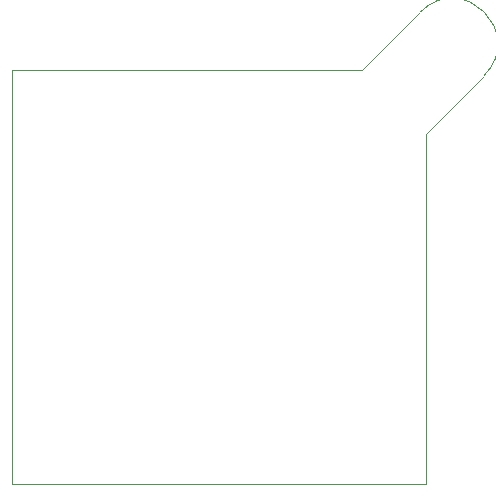
<source format=gm1>
G04 #@! TF.GenerationSoftware,KiCad,Pcbnew,(5.1.9)-1*
G04 #@! TF.CreationDate,2021-03-26T23:54:28-07:00*
G04 #@! TF.ProjectId,mole-diamond-keychain-alt_rotated,6d6f6c65-2d64-4696-916d-6f6e642d6b65,A*
G04 #@! TF.SameCoordinates,PX6d9f5PYfff9260b*
G04 #@! TF.FileFunction,Profile,NP*
%FSLAX46Y46*%
G04 Gerber Fmt 4.6, Leading zero omitted, Abs format (unit mm)*
G04 Created by KiCad (PCBNEW (5.1.9)-1) date 2021-03-26 23:54:28*
%MOMM*%
%LPD*%
G01*
G04 APERTURE LIST*
G04 #@! TA.AperFunction,Profile*
%ADD10C,0.050000*%
G04 #@! TD*
G04 APERTURE END LIST*
D10*
X34573986Y39962146D02*
G75*
G02*
X39962140Y34573994I2694077J-2694076D01*
G01*
X35022999Y29634845D02*
X39962140Y34573994D01*
X34573985Y39962147D02*
X29634845Y35022999D01*
X35022999Y0D02*
X0Y0D01*
X35022999Y29634845D02*
X35022999Y0D01*
X0Y35022999D02*
X29634845Y35022999D01*
X0Y0D02*
X0Y35022999D01*
M02*

</source>
